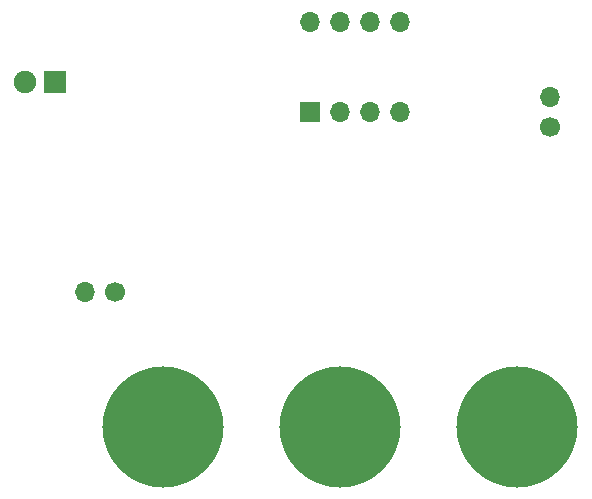
<source format=gbr>
%TF.GenerationSoftware,KiCad,Pcbnew,(5.1.6)-1*%
%TF.CreationDate,2020-06-23T22:38:07-07:00*%
%TF.ProjectId,tutorial1,7475746f-7269-4616-9c31-2e6b69636164,rev?*%
%TF.SameCoordinates,Original*%
%TF.FileFunction,Soldermask,Bot*%
%TF.FilePolarity,Negative*%
%FSLAX46Y46*%
G04 Gerber Fmt 4.6, Leading zero omitted, Abs format (unit mm)*
G04 Created by KiCad (PCBNEW (5.1.6)-1) date 2020-06-23 22:38:07*
%MOMM*%
%LPD*%
G01*
G04 APERTURE LIST*
%ADD10O,1.700000X1.700000*%
%ADD11R,1.700000X1.700000*%
%ADD12C,1.700000*%
%ADD13C,10.260000*%
%ADD14C,1.900000*%
%ADD15R,1.900000X1.900000*%
G04 APERTURE END LIST*
D10*
%TO.C,U1*%
X146050000Y-90170000D03*
X153670000Y-97790000D03*
X148590000Y-90170000D03*
X151130000Y-97790000D03*
X151130000Y-90170000D03*
X148590000Y-97790000D03*
X153670000Y-90170000D03*
D11*
X146050000Y-97790000D03*
%TD*%
D10*
%TO.C,R2*%
X127000000Y-113030000D03*
D12*
X129540000Y-113030000D03*
%TD*%
D10*
%TO.C,R1*%
X166370000Y-96520000D03*
D12*
X166370000Y-99060000D03*
%TD*%
D13*
%TO.C,J1*%
X148590000Y-124460000D03*
X163570000Y-124460000D03*
X133600000Y-124460000D03*
%TD*%
D14*
%TO.C,D1*%
X121920000Y-95250000D03*
D15*
X124460000Y-95250000D03*
%TD*%
M02*

</source>
